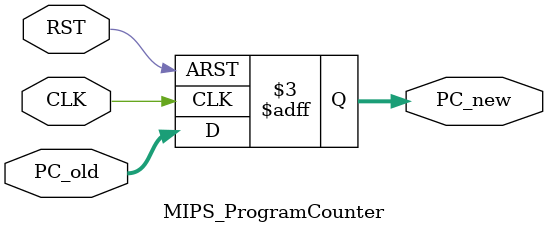
<source format=v>
module MIPS_ProgramCounter #(parameter width = 32)
(
input wire 			         CLK, 
input wire 					 RST,
input wire [width-1:0] 	 PC_old,
output reg [width-1:0] 	 PC_new
);

always @ (posedge CLK or negedge RST)
	begin
	  if(!RST)
      begin
        PC_new <= 0;
      end
    else
      begin
        PC_new <= PC_old;
      end
  end

endmodule
</source>
